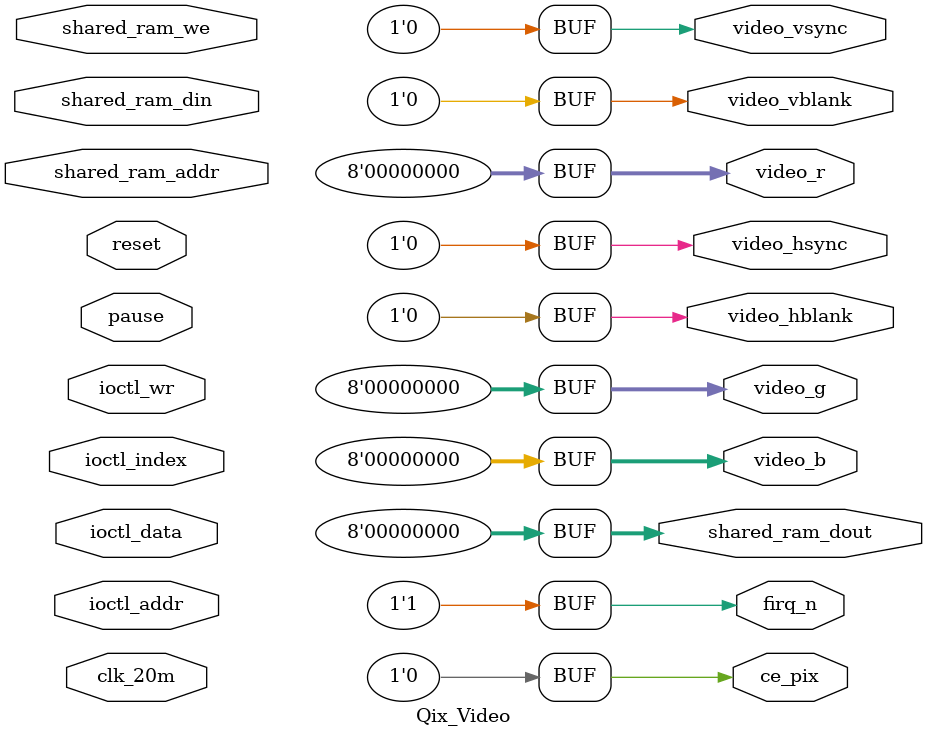
<source format=sv>

module Qix_Video
(
	input         reset,
	input         clk_20m,

	// Shared RAM interface (from Data CPU)
	input  [10:0] shared_ram_addr,
	input   [7:0] shared_ram_din,
	output  [7:0] shared_ram_dout,
	input         shared_ram_we,

	// FIRQ to Data CPU (active-low, asserted on VSync)
	output        firq_n,

	// ROM loader
	input  [24:0] ioctl_addr,
	input         ioctl_wr,
	input   [7:0] ioctl_data,
	input   [7:0] ioctl_index,

	// Pause
	input         pause,

	// Video outputs
	output        video_hsync,
	output        video_vsync,
	output        video_vblank,
	output        video_hblank,
	output        ce_pix,
	output  [7:0] video_r,
	output  [7:0] video_g,
	output  [7:0] video_b
);

// --- Stub outputs ---
assign shared_ram_dout = 8'h00;
assign firq_n          = 1'b1;
assign video_hsync     = 1'b0;
assign video_vsync     = 1'b0;
assign video_vblank    = 1'b0;
assign video_hblank    = 1'b0;
assign ce_pix          = 1'b0;
assign video_r         = 8'h00;
assign video_g         = 8'h00;
assign video_b         = 8'h00;

// --- TODO: Instantiate mc6809e, mc6845, VRAM, palette RAM, ROM ---

endmodule

</source>
